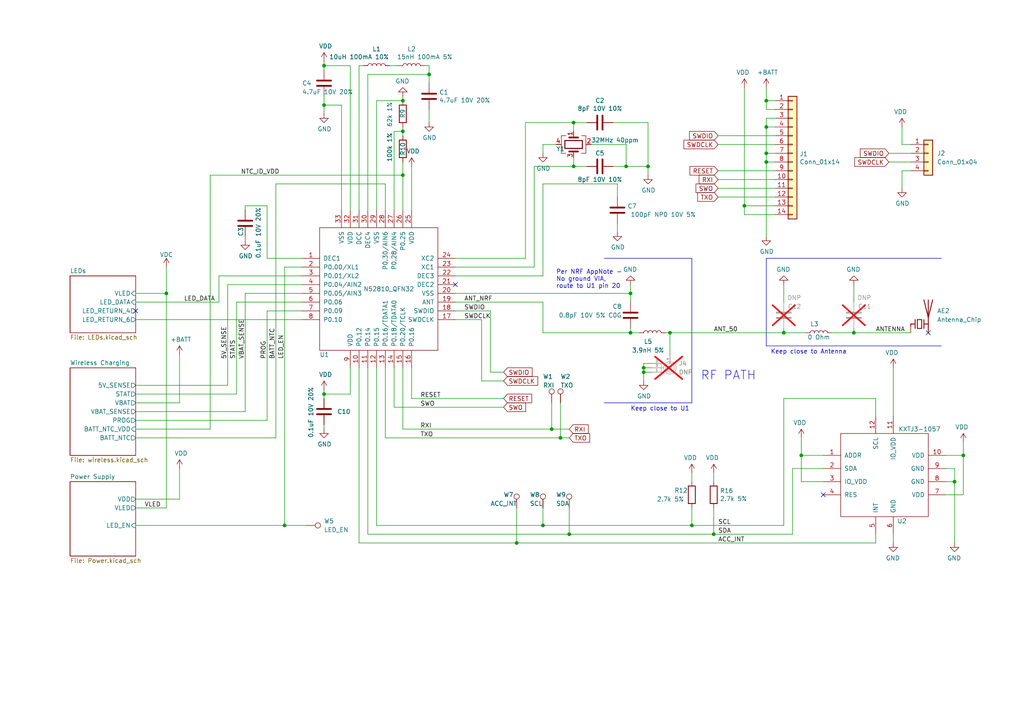
<source format=kicad_sch>
(kicad_sch (version 20230121) (generator eeschema)
  (paper "A4")
  (title_block (title "Pixels D6 Schematic, Main") (date "2022-08-26") (rev "3") (company "Systemic Games, LLC") (comment 1 "Main MCU, Accelerometer and RF"))
  (lib_symbols
    (symbol "Connector_Generic:Conn_01x04" (pin_names (offset 1.016) hide)
      (property "Reference" "J" (at 0 5.08 0))
      (property "Value" "Conn_01x04" (at 0 -7.62 0))
      (symbol "Conn_01x04_1_1"
        (rectangle (start -1.27 -4.953) (end 0 -5.207) (stroke (width 0.1524)))
        (rectangle (start -1.27 -2.413) (end 0 -2.667) (stroke (width 0.1524)))
        (rectangle (start -1.27 0.127) (end 0 -0.127) (stroke (width 0.1524)))
        (rectangle (start -1.27 2.667) (end 0 2.413) (stroke (width 0.1524)))
        (rectangle (start -1.27 3.81) (end 1.27 -6.35) (stroke (width 0.254)) (fill (type background)))
        (pin passive line (at -5.08 2.54 0) (length 3.81) (name "Pin_1") (number "1"))
        (pin passive line (at -5.08 0 0) (length 3.81) (name "Pin_2") (number "2"))
        (pin passive line (at -5.08 -2.54 0) (length 3.81) (name "Pin_3") (number "3"))
        (pin passive line (at -5.08 -5.08 0) (length 3.81) (name "Pin_4") (number "4"))
      )
    )
    (symbol "Connector_Generic:Conn_01x14" (pin_names (offset 1.016) hide)
      (property "Reference" "J" (at 0 17.78 0))
      (property "Value" "Conn_01x14" (at 0 -20.32 0))
      (symbol "Conn_01x14_1_1"
        (rectangle (start -1.27 -17.653) (end 0 -17.907) (stroke (width 0.1524)))
        (rectangle (start -1.27 -15.113) (end 0 -15.367) (stroke (width 0.1524)))
        (rectangle (start -1.27 -12.573) (end 0 -12.827) (stroke (width 0.1524)))
        (rectangle (start -1.27 -10.033) (end 0 -10.287) (stroke (width 0.1524)))
        (rectangle (start -1.27 -7.493) (end 0 -7.747) (stroke (width 0.1524)))
        (rectangle (start -1.27 -4.953) (end 0 -5.207) (stroke (width 0.1524)))
        (rectangle (start -1.27 -2.413) (end 0 -2.667) (stroke (width 0.1524)))
        (rectangle (start -1.27 0.127) (end 0 -0.127) (stroke (width 0.1524)))
        (rectangle (start -1.27 2.667) (end 0 2.413) (stroke (width 0.1524)))
        (rectangle (start -1.27 5.207) (end 0 4.953) (stroke (width 0.1524)))
        (rectangle (start -1.27 7.747) (end 0 7.493) (stroke (width 0.1524)))
        (rectangle (start -1.27 10.287) (end 0 10.033) (stroke (width 0.1524)))
        (rectangle (start -1.27 12.827) (end 0 12.573) (stroke (width 0.1524)))
        (rectangle (start -1.27 15.367) (end 0 15.113) (stroke (width 0.1524)))
        (rectangle (start -1.27 16.51) (end 1.27 -19.05) (stroke (width 0.254)) (fill (type background)))
        (pin passive line (at -5.08 15.24 0) (length 3.81) (name "Pin_1") (number "1"))
        (pin passive line (at -5.08 -7.62 0) (length 3.81) (name "Pin_10") (number "10"))
        (pin passive line (at -5.08 -10.16 0) (length 3.81) (name "Pin_11") (number "11"))
        (pin passive line (at -5.08 -12.7 0) (length 3.81) (name "Pin_12") (number "12"))
        (pin passive line (at -5.08 -15.24 0) (length 3.81) (name "Pin_13") (number "13"))
        (pin passive line (at -5.08 -17.78 0) (length 3.81) (name "Pin_14") (number "14"))
        (pin passive line (at -5.08 12.7 0) (length 3.81) (name "Pin_2") (number "2"))
        (pin passive line (at -5.08 10.16 0) (length 3.81) (name "Pin_3") (number "3"))
        (pin passive line (at -5.08 7.62 0) (length 3.81) (name "Pin_4") (number "4"))
        (pin passive line (at -5.08 5.08 0) (length 3.81) (name "Pin_5") (number "5"))
        (pin passive line (at -5.08 2.54 0) (length 3.81) (name "Pin_6") (number "6"))
        (pin passive line (at -5.08 0 0) (length 3.81) (name "Pin_7") (number "7"))
        (pin passive line (at -5.08 -2.54 0) (length 3.81) (name "Pin_8") (number "8"))
        (pin passive line (at -5.08 -5.08 0) (length 3.81) (name "Pin_9") (number "9"))
      )
    )
    (symbol "Device:Antenna_Chip" (pin_numbers hide) (pin_names (offset 1.016) hide)
      (property "Reference" "AE" (at 0 5.08 0))
      (property "Value" "Antenna_Chip" (at 0 3.175 0))
      (symbol "Antenna_Chip_0_1"
        (polyline (pts (xy -2.54 0) (xy -2.54 -0.635)) (stroke (width 0.254)))
        (polyline (pts (xy -2.54 0) (xy -1.27 0)) (stroke (width 0.254)))
        (polyline (pts (xy 1.27 0) (xy 2.54 0)) (stroke (width 0.254)))
        (polyline (pts (xy 1.27 1.27) (xy 1.27 -1.27)) (stroke (width 0.254)))
        (polyline (pts (xy 2.54 -0.635) (xy 2.54 0)))
        (polyline (pts (xy 2.54 6.985) (xy 2.54 -1.905)) (stroke (width 0.254)))
        (polyline (pts (xy -1.27 1.27) (xy -1.27 -1.27) (xy -1.27 0)) (stroke (width 0.254)))
        (polyline (pts (xy 3.81 6.985) (xy 2.54 1.905) (xy 1.27 6.985)) (stroke (width 0.254)))
        (polyline (pts (xy -0.635 1.27) (xy 0.635 1.27) (xy 0.635 -1.27) (xy -0.635 -1.27) (xy -0.635 1.27)) (stroke (width 0.254)))
      )
      (symbol "Antenna_Chip_1_1"
        (pin input line (at -2.54 -2.54 90) (length 2.54) (name "FEED") (number "1"))
        (pin passive line (at 2.54 -2.54 90) (length 2.54) (name "PCB_Trace") (number "2"))
      )
    )
    (symbol "Device:C" (pin_numbers hide) (pin_names (offset 0.254))
      (property "Reference" "C" (at 0.635 2.54 0))
      (property "Value" "C" (at 0.635 -2.54 0))
      (symbol "C_0_1"
        (polyline (pts (xy -2.032 -0.762) (xy 2.032 -0.762)) (stroke (width 0.508)))
        (polyline (pts (xy -2.032 0.762) (xy 2.032 0.762)) (stroke (width 0.508)))
      )
      (symbol "C_1_1"
        (pin passive line (at 0 3.81 270) (length 2.794) (name "~") (number "1"))
        (pin passive line (at 0 -3.81 90) (length 2.794) (name "~") (number "2"))
      )
    )
    (symbol "Device:Crystal_GND24" (pin_names (offset 1.016) hide)
      (property "Reference" "Y" (at 3.175 5.08 0))
      (property "Value" "Crystal_GND24" (at 3.175 3.175 0))
      (symbol "Crystal_GND24_0_1"
        (rectangle (start -1.143 2.54) (end 1.143 -2.54) (stroke (width 0.3048)))
        (polyline (pts (xy -2.54 0) (xy -2.032 0)))
        (polyline (pts (xy -2.032 -1.27) (xy -2.032 1.27)) (stroke (width 0.508)))
        (polyline (pts (xy 0 -3.81) (xy 0 -3.556)))
        (polyline (pts (xy 0 3.556) (xy 0 3.81)))
        (polyline (pts (xy 2.032 -1.27) (xy 2.032 1.27)) (stroke (width 0.508)))
        (polyline (pts (xy 2.032 0) (xy 2.54 0)))
        (polyline (pts (xy -2.54 -2.286) (xy -2.54 -3.556) (xy 2.54 -3.556) (xy 2.54 -2.286)))
        (polyline (pts (xy -2.54 2.286) (xy -2.54 3.556) (xy 2.54 3.556) (xy 2.54 2.286)))
      )
      (symbol "Crystal_GND24_1_1"
        (pin passive line (at -3.81 0 0) (length 1.27) (name "1") (number "1"))
        (pin passive line (at 0 5.08 270) (length 1.27) (name "2") (number "2"))
        (pin passive line (at 3.81 0 180) (length 1.27) (name "3") (number "3"))
        (pin passive line (at 0 -5.08 90) (length 1.27) (name "4") (number "4"))
      )
    )
    (symbol "Device:L" (pin_numbers hide) (pin_names (offset 1.016) hide)
      (property "Reference" "L" (at -1.27 0 90))
      (property "Value" "L" (at 1.905 0 90))
      (symbol "L_0_1"
        (arc (start 0 -2.54) (mid 0.6323 -1.905) (end 0 -1.27))
        (arc (start 0 -1.27) (mid 0.6323 -0.635) (end 0 0))
        (arc (start 0 0) (mid 0.6323 0.635) (end 0 1.27))
        (arc (start 0 1.27) (mid 0.6323 1.905) (end 0 2.54))
      )
      (symbol "L_1_1"
        (pin passive line (at 0 3.81 270) (length 1.27) (name "1") (number "1"))
        (pin passive line (at 0 -3.81 90) (length 1.27) (name "2") (number "2"))
      )
    )
    (symbol "Device:R" (pin_numbers hide) (pin_names (offset 0))
      (property "Reference" "R" (at 2.032 0 90))
      (property "Value" "R" (at 0 0 90))
      (symbol "R_0_1"
        (rectangle (start -1.016 -2.54) (end 1.016 2.54) (stroke (width 0.254)))
      )
      (symbol "R_1_1"
        (pin passive line (at 0 3.81 270) (length 1.27) (name "~") (number "1"))
        (pin passive line (at 0 -3.81 90) (length 1.27) (name "~") (number "2"))
      )
    )
    (symbol "Pixels-dice:KXTJ3-1057" (pin_names (offset 1.016))
      (property "Reference" "U" (at 10.16 -12.7 0))
      (property "Value" "KXTJ3-1057" (at 8.89 13.97 0))
      (symbol "KXTJ3-1057_0_1"
        (rectangle (start -12.7 12.7) (end 12.7 -11.43))
      )
      (symbol "KXTJ3-1057_1_1"
        (pin input line (at -17.78 6.35 0) (length 5.08) (name "ADDR") (number "1"))
        (pin power_in line (at 17.78 6.35 180) (length 5.08) (name "VDD") (number "10"))
        (pin power_in line (at 2.54 17.78 270) (length 5.08) (name "IO_VDD") (number "11"))
        (pin input line (at -2.54 17.78 270) (length 5.08) (name "SCL") (number "12"))
        (pin bidirectional line (at -17.78 2.54 0) (length 5.08) (name "SDA") (number "2"))
        (pin power_in line (at -17.78 -1.27 0) (length 5.08) (name "IO_VDD") (number "3"))
        (pin passive line (at -17.78 -5.08 0) (length 5.08) (name "RES") (number "4"))
        (pin output line (at -2.54 -16.51 90) (length 5.08) (name "INT") (number "5"))
        (pin power_in line (at 2.54 -16.51 90) (length 5.08) (name "GND") (number "6"))
        (pin power_in line (at 17.78 -5.08 180) (length 5.08) (name "VDD") (number "7"))
        (pin power_in line (at 17.78 -1.27 180) (length 5.08) (name "GND") (number "8"))
        (pin power_in line (at 17.78 2.54 180) (length 5.08) (name "GND") (number "9"))
      )
    )
    (symbol "Pixels-dice:N52810_QFN32" (pin_names (offset 1.016))
      (property "Reference" "U" (at 13.97 -19.05 0))
      (property "Value" "N52810_QFN32" (at 2.54 0 0))
      (symbol "N52810_QFN32_0_1"
        (rectangle (start -17.78 17.78) (end 16.51 -17.78))
      )
      (symbol "N52810_QFN32_1_1"
        (pin power_out line (at -22.86 8.89 0) (length 5.08) (name "DEC1") (number "1"))
        (pin bidirectional line (at -6.35 -22.86 90) (length 5.08) (name "P0.12") (number "10"))
        (pin bidirectional line (at -3.81 -22.86 90) (length 5.08) (name "P0.14") (number "11"))
        (pin bidirectional line (at -1.27 -22.86 90) (length 5.08) (name "P0.15") (number "12"))
        (pin bidirectional line (at 1.27 -22.86 90) (length 5.08) (name "P0.16/TDATA1") (number "13"))
        (pin bidirectional line (at 3.81 -22.86 90) (length 5.08) (name "P0.18/TDATA0") (number "14"))
        (pin bidirectional line (at 6.35 -22.86 90) (length 5.08) (name "P0.20/TCLK") (number "15"))
        (pin bidirectional line (at 8.89 -22.86 90) (length 5.08) (name "P0.16") (number "16"))
        (pin bidirectional line (at 21.59 -8.89 180) (length 5.08) (name "SWDCLK") (number "17"))
        (pin bidirectional line (at 21.59 -6.35 180) (length 5.08) (name "SWDIO") (number "18"))
        (pin output line (at 21.59 -3.81 180) (length 5.08) (name "ANT") (number "19"))
        (pin bidirectional line (at -22.86 6.35 0) (length 5.08) (name "P0.00/XL1") (number "2"))
        (pin output line (at 21.59 -1.27 180) (length 5.08) (name "VSS") (number "20"))
        (pin output line (at 21.59 1.27 180) (length 5.08) (name "DEC2") (number "21"))
        (pin output line (at 21.59 3.81 180) (length 5.08) (name "DEC3") (number "22"))
        (pin output line (at 21.59 6.35 180) (length 5.08) (name "XC1") (number "23"))
        (pin input line (at 21.59 8.89 180) (length 5.08) (name "XC2") (number "24"))
        (pin power_in line (at 8.89 22.86 270) (length 5.08) (name "VDD") (number "25"))
        (pin bidirectional line (at 6.35 22.86 270) (length 5.08) (name "P0.25") (number "26"))
        (pin bidirectional line (at 3.81 22.86 270) (length 5.08) (name "P0.28/AIN4") (number "27"))
        (pin bidirectional line (at 1.27 22.86 270) (length 5.08) (name "P0.30/AIN6") (number "28"))
        (pin power_in line (at -1.27 22.86 270) (length 5.08) (name "VSS") (number "29"))
        (pin bidirectional line (at -22.86 3.81 0) (length 5.08) (name "P0.01/XL2") (number "3"))
        (pin output line (at -3.81 22.86 270) (length 5.08) (name "DEC4") (number "30"))
        (pin output line (at -6.35 22.86 270) (length 5.08) (name "DCC") (number "31"))
        (pin power_in line (at -8.89 22.86 270) (length 5.08) (name "VDD") (number "32"))
        (pin power_in line (at -11.43 22.86 270) (length 5.08) (name "VSS") (number "33"))
        (pin bidirectional line (at -22.86 1.27 0) (length 5.08) (name "P0.04/AIN2") (number "4"))
        (pin bidirectional line (at -22.86 -1.27 0) (length 5.08) (name "P0.05/AIN3") (number "5"))
        (pin bidirectional line (at -22.86 -3.81 0) (length 5.08) (name "P0.06") (number "6"))
        (pin bidirectional line (at -22.86 -6.35 0) (length 5.08) (name "P0.09") (number "7"))
        (pin bidirectional line (at -22.86 -8.89 0) (length 5.08) (name "P0.10") (number "8"))
        (pin power_in line (at -8.89 -22.86 90) (length 5.08) (name "VDD") (number "9"))
      )
    )
    (symbol "Pixels-dice:TEST_1P-conn" (pin_numbers hide) (pin_names (offset 0.762) hide) (in_bom no)
      (property "Reference" "W" (at 0 6.858 0))
      (property "Value" "TEST_1P-conn" (at 0 5.08 0))
      (symbol "TEST_1P-conn_0_1"
        (circle (center 0 3.302) (radius 0.762))
      )
      (symbol "TEST_1P-conn_1_1"
        (pin passive line (at 0 0 90) (length 2.54) (name "1") (number "1"))
      )
    )
    (symbol "Pixels-dice:W.FL"
      (property "Reference" "J" (at 3.81 -1.27 0))
      (property "Value" "W.FL" (at 4.445 1.27 0))
      (symbol "W.FL_0_1"
        (polyline (pts (xy -1.27 -2.54) (xy 1.27 -2.54)))
        (polyline (pts (xy 0 -2.54) (xy 0 -1.905)))
        (circle (center 0 0) (radius 1.27))
        (circle (center 0 0) (radius 1.7961))
      )
      (symbol "W.FL_1_1"
        (pin passive line (at 1.27 -5.08 90) (length 2.54) (name "") (number "1"))
        (pin passive line (at -1.27 -5.08 90) (length 2.54) (name "") (number "2"))
        (pin passive line (at 0 -5.08 90) (length 2.54) (name "") (number "3"))
        (pin passive line (at -3.81 0 0) (length 2.54) (name "RF") (number "4"))
      )
    )
    (symbol "TEST_1P-conn_1" (pin_numbers hide) (pin_names (offset 0.762) hide) (in_bom no)
      (property "Reference" "W" (at 0 6.858 0))
      (property "Value" "TEST_1P-conn_1" (at 0 5.08 0))
      (symbol "TEST_1P-conn_1_0_1"
        (circle (center 0 3.302) (radius 0.762))
      )
      (symbol "TEST_1P-conn_1_1_1"
        (pin passive line (at 0 0 90) (length 2.54) (name "1") (number "1"))
      )
    )
    (symbol "TEST_1P-conn_2" (pin_numbers hide) (pin_names (offset 0.762) hide) (in_bom no)
      (property "Reference" "W" (at 0 6.858 0))
      (property "Value" "TEST_1P-conn_2" (at 0 5.08 0))
      (symbol "TEST_1P-conn_2_0_1"
        (circle (center 0 3.302) (radius 0.762))
      )
      (symbol "TEST_1P-conn_2_1_1"
        (pin passive line (at 0 0 90) (length 2.54) (name "1") (number "1"))
      )
    )
    (symbol "TEST_1P-conn_3" (pin_numbers hide) (pin_names (offset 0.762) hide) (in_bom no)
      (property "Reference" "W" (at 0 6.858 0))
      (property "Value" "TEST_1P-conn_3" (at 0 5.08 0))
      (symbol "TEST_1P-conn_3_0_1"
        (circle (center 0 3.302) (radius 0.762))
      )
      (symbol "TEST_1P-conn_3_1_1"
        (pin passive line (at 0 0 90) (length 2.54) (name "1") (number "1"))
      )
    )
    (symbol "TEST_1P-conn_4" (pin_numbers hide) (pin_names (offset 0.762) hide) (in_bom no)
      (property "Reference" "W" (at 0 6.858 0))
      (property "Value" "TEST_1P-conn_4" (at 0 5.08 0))
      (symbol "TEST_1P-conn_4_0_1"
        (circle (center 0 3.302) (radius 0.762))
      )
      (symbol "TEST_1P-conn_4_1_1"
        (pin passive line (at 0 0 90) (length 2.54) (name "1") (number "1"))
      )
    )
    (symbol "TEST_1P-conn_5" (pin_numbers hide) (pin_names (offset 0.762) hide) (in_bom no)
      (property "Reference" "W" (at 0 6.858 0))
      (property "Value" "TEST_1P-conn_5" (at 0 5.08 0))
      (symbol "TEST_1P-conn_5_0_1"
        (circle (center 0 3.302) (radius 0.762))
      )
      (symbol "TEST_1P-conn_5_1_1"
        (pin passive line (at 0 0 90) (length 2.54) (name "1") (number "1"))
      )
    )
    (symbol "power:+BATT" (power) (pin_names (offset 0))
      (property "Value" "+BATT" (at 0 3.556 0))
      (symbol "+BATT_0_1"
        (polyline (pts (xy -0.762 1.27) (xy 0 2.54)))
        (polyline (pts (xy 0 0) (xy 0 2.54)))
        (polyline (pts (xy 0 2.54) (xy 0.762 1.27)))
      )
      (symbol "+BATT_1_1"
        (pin power_in line (at 0 0 90) (length 0) hide (name "+BATT") (number "1"))
      )
    )
    (symbol "power:GND" (power) (pin_names (offset 0))
      (property "Value" "GND" (at 0 -3.81 0))
      (symbol "GND_0_1"
        (polyline (pts (xy 0 0) (xy 0 -1.27) (xy 1.27 -1.27) (xy 0 -2.54) (xy -1.27 -1.27) (xy 0 -1.27)))
      )
      (symbol "GND_1_1"
        (pin power_in line (at 0 0 270) (length 0) hide (name "GND") (number "1"))
      )
    )
    (symbol "power:VDC" (power) (pin_names (offset 0))
      (property "Value" "VDC" (at 0 6.35 0))
      (symbol "VDC_0_1"
        (polyline (pts (xy -0.762 1.27) (xy 0 2.54)))
        (polyline (pts (xy 0 0) (xy 0 2.54)))
        (polyline (pts (xy 0 2.54) (xy 0.762 1.27)))
      )
      (symbol "VDC_1_1"
        (pin power_in line (at 0 0 90) (length 0) hide (name "VDC") (number "1"))
      )
    )
    (symbol "power:VDD" (power) (pin_names (offset 0))
      (property "Value" "VDD" (at 0 3.81 0))
      (symbol "VDD_0_1"
        (polyline (pts (xy -0.762 1.27) (xy 0 2.54)))
        (polyline (pts (xy 0 0) (xy 0 2.54)))
        (polyline (pts (xy 0 2.54) (xy 0.762 1.27)))
      )
      (symbol "VDD_1_1"
        (pin power_in line (at 0 0 90) (length 0) hide (name "VDD") (number "1"))
      )
    )
  )
  (junction (at 279.4 132.08))
  (junction (at 227.33 96.52))
  (junction (at 181.61 48.26))
  (junction (at 276.86 139.7))
  (junction (at 93.98 30.48))
  (junction (at 116.84 50.8))
  (junction (at 93.98 19.05))
  (junction (at 194.31 96.52))
  (junction (at 116.84 38.1))
  (junction (at 186.69 106.68))
  (junction (at 166.37 48.26))
  (junction (at 149.86 157.48))
  (junction (at 165.1 154.94))
  (junction (at 207.01 154.94))
  (junction (at 222.25 36.83))
  (junction (at 93.98 114.3))
  (junction (at 182.88 85.09))
  (junction (at 82.55 152.4))
  (junction (at 222.25 44.45))
  (junction (at 116.84 29.21))
  (junction (at 222.25 29.21))
  (junction (at 187.96 48.26))
  (junction (at 222.25 46.99))
  (junction (at 48.26 85.09))
  (junction (at 162.56 127))
  (junction (at 124.46 21.59))
  (junction (at 232.41 132.08))
  (junction (at 215.9 59.69))
  (junction (at 157.48 152.4))
  (junction (at 182.88 96.52))
  (junction (at 186.69 107.95))
  (junction (at 160.02 124.46))
  (junction (at 200.66 152.4))
  (junction (at 166.37 35.56))
  (junction (at 247.65 96.52))
  (no_connect (at 132.08 82.55))
  (no_connect (at 238.76 143.51))
  (no_connect (at 269.24 96.52))
  (no_connect (at 39.37 90.17))
  (wire (pts (xy 99.06 30.48) (xy 93.98 30.48)))
  (wire (pts (xy 99.06 60.96) (xy 99.06 30.48)))
  (wire (pts (xy 222.25 34.29) (xy 222.25 36.83)))
  (wire (pts (xy 207.01 137.16) (xy 207.01 139.7)))
  (wire (pts (xy 193.04 96.52) (xy 194.31 96.52)))
  (wire (pts (xy 60.96 50.8) (xy 60.96 124.46)))
  (wire (pts (xy 149.86 147.32) (xy 149.86 157.48)))
  (wire (pts (xy 109.22 29.21) (xy 109.22 60.96)))
  (wire (pts (xy 181.61 41.91) (xy 181.61 48.26)))
  (wire (pts (xy 154.94 77.47) (xy 154.94 48.26)))
  (wire (pts (xy 93.98 19.05) (xy 93.98 20.32)))
  (wire (pts (xy 232.41 139.7) (xy 232.41 132.08)))
  (wire (pts (xy 279.4 143.51) (xy 274.32 143.51)))
  (wire (pts (xy 101.6 19.05) (xy 93.98 19.05)))
  (wire (pts (xy 177.8 48.26) (xy 181.61 48.26)))
  (wire (pts (xy 157.48 80.01) (xy 132.08 80.01)))
  (wire (pts (xy 139.7 110.49) (xy 146.05 110.49)))
  (wire (pts (xy 132.08 74.93) (xy 152.4 74.93)))
  (wire (pts (xy 238.76 135.89) (xy 229.87 135.89)))
  (wire (pts (xy 106.68 154.94) (xy 106.68 106.68)))
  (wire (pts (xy 261.62 49.53) (xy 264.16 49.53)))
  (wire (pts (xy 207.01 147.32) (xy 207.01 154.94)))
  (wire (pts (xy 241.3 96.52) (xy 247.65 96.52)))
  (wire (pts (xy 257.81 46.99) (xy 264.16 46.99)))
  (wire (pts (xy 189.23 106.68) (xy 186.69 106.68)))
  (wire (pts (xy 187.96 35.56) (xy 187.96 48.26)))
  (wire (pts (xy 224.79 46.99) (xy 222.25 46.99)))
  (wire (pts (xy 160.02 124.46) (xy 165.1 124.46)))
  (wire (pts (xy 166.37 35.56) (xy 170.18 35.56)))
  (wire (pts (xy 259.08 154.94) (xy 259.08 157.48)))
  (wire (pts (xy 39.37 114.3) (xy 68.58 114.3)))
  (wire (pts (xy 208.28 41.91) (xy 224.79 41.91)))
  (wire (pts (xy 39.37 147.32) (xy 48.26 147.32)))
  (wire (pts (xy 215.9 59.69) (xy 215.9 62.23)))
  (wire (pts (xy 116.84 124.46) (xy 116.84 106.68)))
  (wire (pts (xy 68.58 87.63) (xy 68.58 114.3)))
  (wire (pts (xy 162.56 127) (xy 165.1 127)))
  (wire (pts (xy 80.01 53.34) (xy 111.76 53.34)))
  (wire (pts (xy 111.76 53.34) (xy 111.76 60.96)))
  (wire (pts (xy 124.46 31.75) (xy 124.46 35.56)))
  (wire (pts (xy 39.37 111.76) (xy 66.04 111.76)))
  (wire (pts (xy 93.98 114.3) (xy 93.98 115.57)))
  (wire (pts (xy 149.86 157.48) (xy 254 157.48)))
  (wire (pts (xy 66.04 82.55) (xy 66.04 111.76)))
  (wire (pts (xy 224.79 59.69) (xy 215.9 59.69)))
  (wire (pts (xy 274.32 139.7) (xy 276.86 139.7)))
  (wire (pts (xy 152.4 74.93) (xy 152.4 35.56)))
  (wire (pts (xy 132.08 90.17) (xy 142.24 90.17)))
  (wire (pts (xy 186.69 107.95) (xy 186.69 110.49)))
  (wire (pts (xy 114.3 106.68) (xy 114.3 118.11)))
  (wire (pts (xy 109.22 106.68) (xy 109.22 152.4)))
  (wire (pts (xy 101.6 60.96) (xy 101.6 19.05)))
  (wire (pts (xy 39.37 87.63) (xy 63.5 87.63)))
  (wire (pts (xy 254 120.65) (xy 254 115.57)))
  (wire (pts (xy 222.25 31.75) (xy 224.79 31.75)))
  (wire (pts (xy 93.98 114.3) (xy 93.98 113.03)))
  (wire (pts (xy 182.88 96.52) (xy 185.42 96.52)))
  (wire (pts (xy 142.24 107.95) (xy 146.05 107.95)))
  (wire (pts (xy 222.25 29.21) (xy 222.25 31.75)))
  (wire (pts (xy 161.29 41.91) (xy 157.48 41.91)))
  (wire (pts (xy 182.88 85.09) (xy 182.88 87.63)))
  (wire (pts (xy 160.02 116.84) (xy 160.02 124.46)))
  (wire (pts (xy 39.37 127) (xy 80.01 127)))
  (wire (pts (xy 222.25 44.45) (xy 222.25 46.99)))
  (wire (pts (xy 52.07 144.78) (xy 52.07 135.89)))
  (wire (pts (xy 104.14 19.05) (xy 104.14 60.96)))
  (wire (pts (xy 114.3 38.1) (xy 114.3 60.96)))
  (wire (pts (xy 123.19 19.05) (xy 124.46 19.05)))
  (wire (pts (xy 124.46 21.59) (xy 106.68 21.59)))
  (wire (pts (xy 165.1 154.94) (xy 207.01 154.94)))
  (wire (pts (xy 208.28 49.53) (xy 224.79 49.53)))
  (wire (pts (xy 232.41 132.08) (xy 238.76 132.08)))
  (wire (pts (xy 194.31 96.52) (xy 194.31 102.87)))
  (wire (pts (xy 186.69 106.68) (xy 186.69 107.95)))
  (wire (pts (xy 177.8 35.56) (xy 187.96 35.56)))
  (wire (pts (xy 227.33 95.25) (xy 227.33 96.52)))
  (wire (pts (xy 222.25 36.83) (xy 222.25 44.45)))
  (polyline (pts (xy 222.25 74.93) (xy 222.25 100.33)))
  (wire (pts (xy 39.37 85.09) (xy 48.26 85.09)))
  (wire (pts (xy 274.32 135.89) (xy 276.86 135.89)))
  (wire (pts (xy 279.4 132.08) (xy 279.4 143.51)))
  (wire (pts (xy 114.3 38.1) (xy 116.84 38.1)))
  (wire (pts (xy 261.62 41.91) (xy 264.16 41.91)))
  (wire (pts (xy 132.08 85.09) (xy 182.88 85.09)))
  (polyline (pts (xy 200.66 74.93) (xy 200.66 116.84)))
  (wire (pts (xy 257.81 44.45) (xy 264.16 44.45)))
  (wire (pts (xy 182.88 95.25) (xy 182.88 96.52)))
  (wire (pts (xy 154.94 48.26) (xy 166.37 48.26)))
  (wire (pts (xy 261.62 36.83) (xy 261.62 41.91)))
  (wire (pts (xy 232.41 132.08) (xy 232.41 127)))
  (wire (pts (xy 101.6 114.3) (xy 93.98 114.3)))
  (wire (pts (xy 157.48 87.63) (xy 157.48 96.52)))
  (wire (pts (xy 189.23 107.95) (xy 186.69 107.95)))
  (wire (pts (xy 116.84 50.8) (xy 116.84 60.96)))
  (wire (pts (xy 111.76 127) (xy 162.56 127)))
  (wire (pts (xy 227.33 115.57) (xy 227.33 152.4)))
  (wire (pts (xy 276.86 139.7) (xy 276.86 157.48)))
  (wire (pts (xy 82.55 77.47) (xy 82.55 152.4)))
  (wire (pts (xy 189.23 105.41) (xy 186.69 105.41)))
  (wire (pts (xy 200.66 137.16) (xy 200.66 139.7)))
  (wire (pts (xy 88.9 152.4) (xy 82.55 152.4)))
  (wire (pts (xy 222.25 34.29) (xy 224.79 34.29)))
  (wire (pts (xy 166.37 48.26) (xy 170.18 48.26)))
  (wire (pts (xy 132.08 87.63) (xy 157.48 87.63)))
  (wire (pts (xy 215.9 62.23) (xy 224.79 62.23)))
  (wire (pts (xy 222.25 46.99) (xy 222.25 68.58)))
  (wire (pts (xy 116.84 124.46) (xy 160.02 124.46)))
  (wire (pts (xy 179.07 53.34) (xy 179.07 57.15)))
  (wire (pts (xy 116.84 27.94) (xy 116.84 29.21)))
  (wire (pts (xy 119.38 106.68) (xy 119.38 115.57)))
  (wire (pts (xy 227.33 96.52) (xy 233.68 96.52)))
  (wire (pts (xy 261.62 49.53) (xy 261.62 54.61)))
  (wire (pts (xy 208.28 57.15) (xy 224.79 57.15)))
  (wire (pts (xy 157.48 152.4) (xy 200.66 152.4)))
  (wire (pts (xy 152.4 35.56) (xy 166.37 35.56)))
  (wire (pts (xy 63.5 80.01) (xy 87.63 80.01)))
  (wire (pts (xy 182.88 82.55) (xy 182.88 85.09)))
  (wire (pts (xy 39.37 144.78) (xy 52.07 144.78)))
  (wire (pts (xy 39.37 119.38) (xy 71.12 119.38)))
  (wire (pts (xy 124.46 19.05) (xy 124.46 21.59)))
  (wire (pts (xy 48.26 85.09) (xy 48.26 147.32)))
  (wire (pts (xy 82.55 77.47) (xy 87.63 77.47)))
  (wire (pts (xy 200.66 152.4) (xy 227.33 152.4)))
  (wire (pts (xy 106.68 154.94) (xy 165.1 154.94)))
  (wire (pts (xy 119.38 48.26) (xy 119.38 60.96)))
  (wire (pts (xy 82.55 152.4) (xy 39.37 152.4)))
  (wire (pts (xy 208.28 54.61) (xy 224.79 54.61)))
  (wire (pts (xy 87.63 82.55) (xy 66.04 82.55)))
  (wire (pts (xy 116.84 46.99) (xy 116.84 50.8)))
  (wire (pts (xy 104.14 19.05) (xy 105.41 19.05)))
  (wire (pts (xy 77.47 90.17) (xy 87.63 90.17)))
  (wire (pts (xy 247.65 95.25) (xy 247.65 96.52)))
  (wire (pts (xy 39.37 92.71) (xy 87.63 92.71)))
  (wire (pts (xy 104.14 157.48) (xy 149.86 157.48)))
  (wire (pts (xy 139.7 92.71) (xy 139.7 110.49)))
  (wire (pts (xy 77.47 74.93) (xy 87.63 74.93)))
  (wire (pts (xy 171.45 41.91) (xy 181.61 41.91)))
  (wire (pts (xy 93.98 19.05) (xy 93.98 17.78)))
  (wire (pts (xy 39.37 124.46) (xy 60.96 124.46)))
  (polyline (pts (xy 222.25 74.93) (xy 273.05 74.93)))
  (wire (pts (xy 93.98 30.48) (xy 93.98 33.02)))
  (wire (pts (xy 39.37 121.92) (xy 77.47 121.92)))
  (polyline (pts (xy 175.26 116.84) (xy 200.66 116.84)))
  (wire (pts (xy 157.48 96.52) (xy 182.88 96.52)))
  (wire (pts (xy 48.26 85.09) (xy 48.26 77.47)))
  (wire (pts (xy 227.33 82.55) (xy 227.33 87.63)))
  (wire (pts (xy 132.08 92.71) (xy 139.7 92.71)))
  (wire (pts (xy 194.31 96.52) (xy 227.33 96.52)))
  (wire (pts (xy 165.1 147.32) (xy 165.1 154.94)))
  (wire (pts (xy 229.87 135.89) (xy 229.87 154.94)))
  (wire (pts (xy 224.79 44.45) (xy 222.25 44.45)))
  (wire (pts (xy 71.12 68.58) (xy 71.12 69.85)))
  (wire (pts (xy 146.05 115.57) (xy 119.38 115.57)))
  (wire (pts (xy 116.84 38.1) (xy 116.84 39.37)))
  (wire (pts (xy 222.25 25.4) (xy 222.25 29.21)))
  (wire (pts (xy 162.56 116.84) (xy 162.56 127)))
  (wire (pts (xy 157.48 147.32) (xy 157.48 152.4)))
  (wire (pts (xy 77.47 59.69) (xy 71.12 59.69)))
  (wire (pts (xy 247.65 96.52) (xy 264.16 96.52)))
  (wire (pts (xy 142.24 90.17) (xy 142.24 107.95)))
  (wire (pts (xy 109.22 29.21) (xy 116.84 29.21)))
  (wire (pts (xy 186.69 105.41) (xy 186.69 106.68)))
  (wire (pts (xy 279.4 128.27) (xy 279.4 132.08)))
  (wire (pts (xy 93.98 27.94) (xy 93.98 30.48)))
  (wire (pts (xy 157.48 53.34) (xy 157.48 80.01)))
  (wire (pts (xy 254 154.94) (xy 254 157.48)))
  (wire (pts (xy 106.68 21.59) (xy 106.68 60.96)))
  (wire (pts (xy 71.12 85.09) (xy 71.12 119.38)))
  (wire (pts (xy 181.61 48.26) (xy 187.96 48.26)))
  (wire (pts (xy 77.47 74.93) (xy 77.47 59.69)))
  (wire (pts (xy 207.01 154.94) (xy 229.87 154.94)))
  (wire (pts (xy 116.84 36.83) (xy 116.84 38.1)))
  (wire (pts (xy 63.5 87.63) (xy 63.5 80.01)))
  (wire (pts (xy 80.01 53.34) (xy 80.01 127)))
  (wire (pts (xy 39.37 116.84) (xy 52.07 116.84)))
  (wire (pts (xy 247.65 82.55) (xy 247.65 87.63)))
  (wire (pts (xy 104.14 106.68) (xy 104.14 157.48)))
  (wire (pts (xy 179.07 64.77) (xy 179.07 67.31)))
  (wire (pts (xy 157.48 41.91) (xy 157.48 44.45)))
  (wire (pts (xy 68.58 87.63) (xy 87.63 87.63)))
  (wire (pts (xy 113.03 19.05) (xy 115.57 19.05)))
  (wire (pts (xy 187.96 48.26) (xy 187.96 50.8)))
  (wire (pts (xy 166.37 45.72) (xy 166.37 48.26)))
  (wire (pts (xy 208.28 39.37) (xy 224.79 39.37)))
  (wire (pts (xy 166.37 38.1) (xy 166.37 35.56)))
  (wire (pts (xy 279.4 132.08) (xy 274.32 132.08)))
  (wire (pts (xy 254 115.57) (xy 227.33 115.57)))
  (wire (pts (xy 179.07 53.34) (xy 157.48 53.34)))
  (wire (pts (xy 238.76 139.7) (xy 232.41 139.7)))
  (polyline (pts (xy 222.25 100.33) (xy 273.05 100.33)))
  (wire (pts (xy 146.05 118.11) (xy 114.3 118.11)))
  (wire (pts (xy 71.12 59.69) (xy 71.12 60.96)))
  (wire (pts (xy 224.79 36.83) (xy 222.25 36.83)))
  (wire (pts (xy 77.47 121.92) (xy 77.47 90.17)))
  (wire (pts (xy 111.76 127) (xy 111.76 106.68)))
  (wire (pts (xy 215.9 25.4) (xy 215.9 59.69)))
  (wire (pts (xy 276.86 135.89) (xy 276.86 139.7)))
  (wire (pts (xy 259.08 106.68) (xy 259.08 120.65)))
  (wire (pts (xy 222.25 29.21) (xy 224.79 29.21)))
  (wire (pts (xy 132.08 77.47) (xy 154.94 77.47)))
  (wire (pts (xy 200.66 147.32) (xy 200.66 152.4)))
  (wire (pts (xy 101.6 106.68) (xy 101.6 114.3)))
  (wire (pts (xy 52.07 102.87) (xy 52.07 116.84)))
  (wire (pts (xy 87.63 85.09) (xy 71.12 85.09)))
  (wire (pts (xy 116.84 50.8) (xy 60.96 50.8)))
  (polyline (pts (xy 175.26 74.93) (xy 200.66 74.93)))
  (wire (pts (xy 208.28 52.07) (xy 224.79 52.07)))
  (wire (pts (xy 124.46 21.59) (xy 124.46 24.13)))
  (wire (pts (xy 109.22 152.4) (xy 157.48 152.4)))
  (wire (pts (xy 93.98 123.19) (xy 93.98 124.46)))
  (text "Per NRF AppNote -\nNo ground VIA,\nroute to U1 pin 20" (at 161.29 83.82 0) (effects (font (size 1.27 1.27)) (justify left bottom)))
  (text "Keep close to U1" (at 182.88 119.38 0) (effects (font (size 1.27 1.27)) (justify left bottom)))
  (text "Keep close to Antenna" (at 223.52 102.87 0) (effects (font (size 1.27 1.27)) (justify left bottom)))
  (text "RF PATH" (at 203.2 110.49 0) (effects (font (size 2.54 2.54)) (justify left bottom)))
  (label "BATT_NTC" (at 80.01 104.14 90))
  (label "ANTENNA" (at 254 96.52 0))
  (label "TXO" (at 121.92 127 0))
  (label "PROG" (at 77.47 104.14 90))
  (label "ACC_INT" (at 208.28 157.48 0))
  (label "ANT_NRF" (at 134.62 87.63 0))
  (label "SWDCLK" (at 134.62 92.71 0))
  (label "VBAT_SENSE" (at 71.12 104.14 90))
  (label "5V_SENSE" (at 66.04 104.14 90))
  (label "SDA" (at 208.28 154.94 0))
  (label "LED_EN" (at 82.55 104.14 90))
  (label "RXI" (at 121.92 124.46 0))
  (label "SWDIO" (at 134.62 90.17 0))
  (label "SWO" (at 121.92 118.11 0))
  (label "ANT_50" (at 207.01 96.52 0))
  (label "NTC_ID_VDD" (at 69.85 50.8 0))
  (label "LED_DATA" (at 53.34 87.63 0))
  (label "RESET" (at 121.92 115.57 0))
  (label "SCL" (at 208.28 152.4 0))
  (label "VLED" (at 41.91 147.32 0))
  (label "STATS" (at 68.58 104.14 90))
  (global_label "TXO" (shape input) (at 165.1 127 0) (property "Intersheetrefs" "${INTERSHEET_REFS}" (effects hide)))
  (global_label "RESET" (shape input) (at 208.28 49.53 180) (property "Intersheetrefs" "${INTERSHEET_REFS}" (effects hide)))
  (global_label "SWDIO" (shape input) (at 146.05 107.95 0) (property "Intersheetrefs" "${INTERSHEET_REFS}" (effects hide)))
  (global_label "RXI" (shape input) (at 208.28 52.07 180) (property "Intersheetrefs" "${INTERSHEET_REFS}" (effects hide)))
  (global_label "SWDCLK" (shape input) (at 257.81 46.99 180) (property "Intersheetrefs" "${INTERSHEET_REFS}" (effects hide)))
  (global_label "SWO" (shape input) (at 146.05 118.11 0) (property "Intersheetrefs" "${INTERSHEET_REFS}" (effects hide)))
  (global_label "SWDCLK" (shape input) (at 146.05 110.49 0) (property "Intersheetrefs" "${INTERSHEET_REFS}" (effects hide)))
  (global_label "TXO" (shape input) (at 208.28 57.15 180) (property "Intersheetrefs" "${INTERSHEET_REFS}" (effects hide)))
  (global_label "RESET" (shape input) (at 146.05 115.57 0) (property "Intersheetrefs" "${INTERSHEET_REFS}" (effects hide)))
  (global_label "SWDIO" (shape input) (at 257.81 44.45 180) (property "Intersheetrefs" "${INTERSHEET_REFS}" (effects hide)))
  (global_label "SWO" (shape input) (at 208.28 54.61 180) (property "Intersheetrefs" "${INTERSHEET_REFS}" (effects hide)))
  (global_label "RXI" (shape input) (at 165.1 124.46 0) (property "Intersheetrefs" "${INTERSHEET_REFS}" (effects hide)))
  (global_label "SWDCLK" (shape input) (at 208.28 41.91 180) (property "Intersheetrefs" "${INTERSHEET_REFS}" (effects hide)))
  (global_label "SWDIO" (shape input) (at 208.28 39.37 180) (property "Intersheetrefs" "${INTERSHEET_REFS}" (effects hide)))
  (symbol (lib_id "power:GND") (at 93.98 124.46 0) (unit 1)
    (property "Reference" "#PWR016" (effects hide))
    (property "Value" "GND" (at 94.107 128.8542 0))
  )
  (symbol (lib_id "power:VDD") (at 93.98 113.03 0) (unit 1)
    (property "Reference" "#PWR014" (effects hide))
    (property "Value" "VDD" (at 94.4118 108.6358 0))
  )
  (symbol (lib_id "Device:C") (at 93.98 119.38 0) (unit 1)
    (property "Reference" "C10" (at 97.79 119.38 0) (effects (justify left)))
    (property "Value" "0.1uF 10V 20%" (at 90.17 127 90) (effects (justify left)))
    (property "Footprint" "Capacitor_SMD:C_0402_1005Metric" (effects hide))
    (property "Generic OK" "YES" (effects hide))
    (property "Pixels Part Number" "SMD-C005" (effects hide))
    (property "Manufacturer" "Murata" (effects hide))
    (property "Manufacturer Part Number" "GRM155R61H104KE19D" (effects hide))
  )
  (symbol (lib_id "power:GND") (at 93.98 33.02 0) (unit 1)
    (property "Reference" "#PWR08" (effects hide))
    (property "Value" "GND" (at 94.107 37.4142 0))
  )
  (symbol (lib_id "power:VDD") (at 93.98 17.78 0) (unit 1)
    (property "Reference" "#PWR01" (effects hide))
    (property "Value" "VDD" (at 94.4118 13.3858 0))
  )
  (symbol (lib_id "Device:C") (at 93.98 24.13 0) (unit 1)
    (property "Reference" "C4" (at 87.63 24.13 0) (effects (justify left)))
    (property "Value" "4.7uF 10V 20%" (at 87.63 26.67 0) (effects (justify left)))
    (property "Footprint" "Pixels-dice:C_0402_1005Metric" (effects hide))
    (property "Generic OK" "YES" (effects hide))
    (property "Pixels Part Number" "SMD-C002" (effects hide))
    (property "Manufacturer" "Murata" (effects hide))
    (property "Manufacturer Part Number" "GRM155R61A475MEAAJ" (effects hide))
  )
  (symbol (lib_id "power:GND") (at 71.12 69.85 0) (unit 1)
    (property "Reference" "#PWR05" (effects hide))
    (property "Value" "GND" (at 71.247 74.2442 0))
  )
  (symbol (lib_id "Device:C") (at 71.12 64.77 0) (unit 1)
    (property "Reference" "C3" (at 69.85 68.58 90) (effects (justify left)))
    (property "Value" "0.1uF 10V 20%" (at 74.93 74.93 90) (effects (justify left)))
    (property "Footprint" "Capacitor_SMD:C_0402_1005Metric" (effects hide))
    (property "Generic OK" "YES" (effects hide))
    (property "Pixels Part Number" "SMD-C005" (effects hide))
    (property "Manufacturer" "Murata" (effects hide))
    (property "Manufacturer Part Number" "GRM155R61H104KE19D" (effects hide))
  )
  (symbol (lib_id "Device:L") (at 109.22 19.05 90) (unit 1)
    (property "Reference" "L1" (at 109.22 14.224 90))
    (property "Value" "10uH 100mA 10%" (at 104.14 16.51 90))
    (property "Footprint" "Inductor_SMD:L_0805_2012Metric" (effects hide))
    (property "Generic OK" "YES" (effects hide))
    (property "Pixels Part Number" "SMD-L001" (effects hide))
    (property "Manufacturer" "Murata" (effects hide))
    (property "Manufacturer Part Number" "LQM21FN100M80L" (effects hide))
  )
  (symbol (lib_id "Device:L") (at 119.38 19.05 90) (unit 1)
    (property "Reference" "L2" (at 119.38 14.224 90))
    (property "Value" "15nH 100mA 5%" (at 123.19 16.51 90))
    (property "Footprint" "Inductor_SMD:L_0402_1005Metric" (effects hide))
    (property "Generic OK" "YES" (effects hide))
    (property "Pixels Part Number" "SMD-L002" (effects hide))
    (property "Manufacturer" "Murata" (effects hide))
    (property "Manufacturer Part Number" "LQG15HS15NJ02D" (effects hide))
  )
  (symbol (lib_id "Device:C") (at 124.46 27.94 0) (unit 1)
    (property "Reference" "C1" (at 127.381 26.7716 0) (effects (justify left)))
    (property "Value" "4.7uF 10V 20%" (at 127.381 29.083 0) (effects (justify left)))
    (property "Footprint" "Pixels-dice:C_0402_1005Metric" (effects hide))
    (property "Generic OK" "YES" (effects hide))
    (property "Pixels Part Number" "SMD-C002" (effects hide))
    (property "Manufacturer" "Murata" (effects hide))
    (property "Manufacturer Part Number" "GRM155R61A475MEAAJ" (effects hide))
  )
  (symbol (lib_id "power:GND") (at 124.46 35.56 0) (unit 1)
    (property "Reference" "#PWR03" (effects hide))
    (property "Value" "GND" (at 124.587 39.9542 0))
  )
  (symbol (lib_id "Device:Crystal_GND24") (at 166.37 41.91 270) (unit 1)
    (property "Reference" "Y1" (at 161.29 43.18 90) (effects (justify left)))
    (property "Value" "32MHz 40ppm" (at 171.45 40.64 90) (effects (justify left)))
    (property "Footprint" "Pixels-dice:Crystal_SMD_2016-4Pin_2.0x1.6mm" (effects hide))
    (property "Generic OK" "YES" (effects hide))
    (property "Manufacturer" "Murata" (effects hide))
    (property "Manufacturer Part Number" "XRCGB32M000F2P00R0" (effects hide))
    (property "Pixels Part Number" "SMD-Y001" (effects hide))
  )
  (symbol (lib_id "Device:C") (at 173.99 35.56 270) (unit 1)
    (property "Reference" "C2" (at 173.99 29.1592 90))
    (property "Value" "8pF 10V 10%" (at 173.99 31.4706 90))
    (property "Footprint" "Capacitor_SMD:C_0402_1005Metric" (effects hide))
    (property "Generic OK" "YES" (effects hide))
    (property "Pixels Part Number" "SMD-C001" (effects hide))
    (property "Manufacturer" "Murata" (effects hide))
    (property "Manufacturer Part Number" "GRT1555C2A8R0DA02" (effects hide))
  )
  (symbol (lib_id "Device:C") (at 173.99 48.26 270) (unit 1)
    (property "Reference" "C5" (at 173.99 44.45 90))
    (property "Value" "8pF 10V 10%" (at 173.99 52.07 90))
    (property "Footprint" "Capacitor_SMD:C_0402_1005Metric" (effects hide))
    (property "Generic OK" "YES" (effects hide))
    (property "Pixels Part Number" "SMD-C001" (effects hide))
    (property "Manufacturer" "Murata" (effects hide))
    (property "Manufacturer Part Number" "GRT1555C2A8R0DA02" (effects hide))
  )
  (symbol (lib_id "power:GND") (at 187.96 50.8 0) (unit 1)
    (property "Reference" "#PWR09" (effects hide))
    (property "Value" "GND" (at 188.087 55.1942 0))
  )
  (symbol (lib_id "power:GND") (at 179.07 67.31 0) (unit 1)
    (property "Reference" "#PWR011" (effects hide))
    (property "Value" "GND" (at 179.197 71.7042 0))
  )
  (symbol (lib_id "Device:C") (at 179.07 60.96 0) (unit 1)
    (property "Reference" "C7" (at 181.991 59.7916 0) (effects (justify left)))
    (property "Value" "100pF NP0 10V 5%" (at 182.88 62.23 0) (effects (justify left)))
    (property "Footprint" "Capacitor_SMD:C_0402_1005Metric" (effects hide))
    (property "Generic OK" "YES" (effects hide))
    (property "Pixels Part Number" "SMD-C003" (effects hide))
    (property "Manufacturer" "Murata" (effects hide))
    (property "Manufacturer Part Number" "GCM1555C1H101JA16J" (effects hide))
  )
  (symbol (lib_id "power:GND") (at 157.48 44.45 0) (unit 1)
    (property "Reference" "#PWR06" (effects hide))
    (property "Value" "GND" (at 157.607 48.8442 0))
  )
  (symbol (lib_id "power:VDD") (at 52.07 135.89 0) (unit 1)
    (property "Reference" "#PWR021" (effects hide))
    (property "Value" "VDD" (at 52.5018 131.4958 0))
  )
  (symbol (lib_name "TEST_1P-conn_1") (lib_id "Pixels-dice:TEST_1P-conn") (at 160.02 116.84 0) (unit 1) (in_bom no)
    (property "Reference" "W1" (at 157.48 109.22 0) (effects (justify left)))
    (property "Value" "RXI" (at 157.48 111.76 0) (effects (justify left)))
    (property "Footprint" "Pixels-dice:TEST_PIN" (effects hide))
    (property "Generic OK" "N/A" (effects hide))
  )
  (symbol (lib_name "TEST_1P-conn_2") (lib_id "Pixels-dice:TEST_1P-conn") (at 162.56 116.84 0) (unit 1) (in_bom no)
    (property "Reference" "W2" (at 162.56 109.22 0) (effects (justify left)))
    (property "Value" "TXO" (at 162.56 111.76 0) (effects (justify left)))
    (property "Footprint" "Pixels-dice:TEST_PIN" (effects hide))
    (property "Generic OK" "N/A" (effects hide))
  )
  (symbol (lib_id "Pixels-dice:TEST_1P-conn") (at 88.9 152.4 270) (unit 1) (in_bom no)
    (property "Reference" "W5" (at 93.98 151.13 90) (effects (justify left)))
    (property "Value" "LED_EN" (at 93.98 153.67 90) (effects (justify left)))
    (property "Footprint" "Pixels-dice:TEST_PIN" (effects hide))
    (property "Generic OK" "N/A" (effects hide))
  )
  (symbol (lib_name "TEST_1P-conn_5") (lib_id "Pixels-dice:TEST_1P-conn") (at 149.86 147.32 0) (unit 1) (in_bom no)
    (property "Reference" "W7" (at 146.05 143.51 0) (effects (justify left)))
    (property "Value" "ACC_INT" (at 142.24 146.05 0) (effects (justify left)))
    (property "Footprint" "Pixels-dice:TEST_PIN" (effects hide))
    (property "Generic OK" "N/A" (effects hide))
  )
  (symbol (lib_name "TEST_1P-conn_3") (lib_id "Pixels-dice:TEST_1P-conn") (at 157.48 147.32 0) (unit 1) (in_bom no)
    (property "Reference" "W8" (at 153.67 143.51 0) (effects (justify left)))
    (property "Value" "SCL" (at 153.67 146.05 0) (effects (justify left)))
    (property "Footprint" "Pixels-dice:TEST_PIN" (effects hide))
    (property "Generic OK" "N/A" (effects hide))
  )
  (symbol (lib_name "TEST_1P-conn_4") (lib_id "Pixels-dice:TEST_1P-conn") (at 165.1 147.32 0) (unit 1) (in_bom no)
    (property "Reference" "W9" (at 161.29 143.51 0) (effects (justify left)))
    (property "Value" "SDA" (at 161.29 146.05 0) (effects (justify left)))
    (property "Footprint" "Pixels-dice:TEST_PIN" (effects hide))
    (property "Generic OK" "N/A" (effects hide))
  )
  (symbol (lib_id "Pixels-dice:N52810_QFN32") (at 110.49 83.82 0) (unit 1)
    (property "Reference" "U1" (at 92.71 102.87 0) (effects (justify left)))
    (property "Value" "N52810_QFN32" (at 105.41 83.82 0) (effects (justify left)))
    (property "Footprint" "Package_DFN_QFN:QFN-32-1EP_5x5mm_P0.5mm_EP3.1x3.1mm" (effects hide))
    (property "Generic OK" "NO" (effects hide))
    (property "Manufacturer" "Nordic Semiconductor" (effects hide))
    (property "Manufacturer Part Number" "NRF52810-QCAA-R" (effects hide))
    (property "Pixels Part Number" "SMD-U001" (effects hide))
  )
  (symbol (lib_id "power:VDD") (at 119.38 48.26 0) (unit 1)
    (property "Reference" "#PWR04" (effects hide))
    (property "Value" "VDD" (at 119.8118 43.8658 0))
  )
  (symbol (lib_id "Connector_Generic:Conn_01x14") (at 229.87 44.45 0) (unit 1) (in_bom no)
    (property "Reference" "J1" (at 231.902 44.6532 0) (effects (justify left)))
    (property "Value" "Conn_01x14" (at 231.902 46.9646 0) (effects (justify left)))
    (property "Footprint" "Pixels-dice:FPC_14" (effects hide))
    (property "Generic OK" "N/A" (effects hide))
  )
  (symbol (lib_id "power:+BATT") (at 222.25 25.4 0) (unit 1)
    (property "Reference" "#PWR07" (effects hide))
    (property "Value" "+BATT" (at 222.631 21.0058 0))
  )
  (symbol (lib_id "power:VDD") (at 215.9 25.4 0) (mirror y) (unit 1)
    (property "Reference" "#PWR02" (effects hide))
    (property "Value" "VDD" (at 215.4682 21.0058 0))
  )
  (symbol (lib_id "power:GND") (at 222.25 68.58 0) (unit 1)
    (property "Reference" "#PWR013" (effects hide))
    (property "Value" "GND" (at 222.377 72.9742 0))
  )
  (symbol (lib_id "Device:R") (at 116.84 43.18 0) (unit 1)
    (property "Reference" "R10" (at 116.84 43.18 90))
    (property "Value" "100k 1%" (at 113.03 46.99 90) (effects (justify left)))
    (property "Footprint" "Resistor_SMD:R_0402_1005Metric" (effects hide))
    (property "Generic OK" "YES" (effects hide))
    (property "Pixels Part Number" "SMD-R006" (effects hide))
    (property "Manufacturer" "UNI-ROYAL(Uniroyal Elec)" (effects hide))
    (property "Manufacturer Part Number" "0402WGF1003TCE" (effects hide))
  )
  (symbol (lib_id "Device:R") (at 116.84 33.02 0) (unit 1)
    (property "Reference" "R9" (at 116.84 34.29 90) (effects (justify left)))
    (property "Value" "62k 1%" (at 113.03 36.83 90) (effects (justify left)))
    (property "Footprint" "Resistor_SMD:R_0402_1005Metric" (effects hide))
    (property "Generic OK" "YES" (effects hide))
    (property "Manufacturer" "UNI-ROYAL(Uniroyal Elec)" (effects hide))
    (property "Manufacturer Part Number" "0402WGF6202TCE" (effects hide))
  )
  (symbol (lib_id "Device:R") (at 200.66 143.51 0) (unit 1)
    (property "Reference" "R12" (at 195.58 142.24 0) (effects (justify left)))
    (property "Value" "2.7k 5%" (at 190.5 144.78 0) (effects (justify left)))
    (property "Footprint" "Resistor_SMD:R_0402_1005Metric" (effects hide))
    (property "Generic OK" "YES" (effects hide))
    (property "Manufacturer" "UNI-ROYAL(Uniroyal Elec)" (effects hide))
    (property "Manufacturer Part Number" "0402WGJ0272TCE" (effects hide))
    (property "Pixels Part Number" "SMD-R021" (effects hide))
  )
  (symbol (lib_id "Device:R") (at 207.01 143.51 0) (unit 1)
    (property "Reference" "R16" (at 208.788 142.3416 0) (effects (justify left)))
    (property "Value" "2.7k 5%" (at 208.788 144.653 0) (effects (justify left)))
    (property "Footprint" "Resistor_SMD:R_0402_1005Metric" (effects hide))
    (property "Generic OK" "YES" (effects hide))
    (property "Manufacturer" "UNI-ROYAL(Uniroyal Elec)" (effects hide))
    (property "Manufacturer Part Number" "0402WGJ0272TCE" (effects hide))
    (property "Pixels Part Number" "SMD-R021" (effects hide))
  )
  (symbol (lib_id "power:VDD") (at 207.01 137.16 0) (mirror y) (unit 1)
    (property "Reference" "#PWR046" (effects hide))
    (property "Value" "VDD" (at 206.5782 132.7658 0))
  )
  (symbol (lib_id "power:VDD") (at 200.66 137.16 0) (mirror y) (unit 1)
    (property "Reference" "#PWR045" (effects hide))
    (property "Value" "VDD" (at 200.2282 132.7658 0))
  )
  (symbol (lib_id "Pixels-dice:KXTJ3-1057") (at 256.54 138.43 0) (unit 1)
    (property "Reference" "U2" (at 261.62 151.13 0))
    (property "Value" "KXTJ3-1057" (at 266.7 124.46 0))
    (property "Footprint" "Package_LGA:LGA-12_2x2mm_P0.5mm" (effects hide))
    (property "Manufacturer" "Kionix" (effects hide))
    (property "Manufacturer Part Number" "KXTJ3-1057" (effects hide))
    (property "Pixels Part Number" "SMD-U002-ALT1" (effects hide))
    (property "Generic OK" "NO" (effects hide))
  )
  (symbol (lib_id "power:VDD") (at 279.4 128.27 0) (mirror y) (unit 1)
    (property "Reference" "#PWR037" (effects hide))
    (property "Value" "VDD" (at 278.9682 123.8758 0))
  )
  (symbol (lib_id "power:GND") (at 259.08 157.48 0) (mirror y) (unit 1)
    (property "Reference" "#PWR047" (effects hide))
    (property "Value" "GND" (at 258.953 161.8742 0))
  )
  (symbol (lib_id "power:GND") (at 276.86 157.48 0) (mirror y) (unit 1)
    (property "Reference" "#PWR048" (effects hide))
    (property "Value" "GND" (at 276.733 161.8742 0))
  )
  (symbol (lib_id "power:VDD") (at 259.08 106.68 0) (mirror y) (unit 1)
    (property "Reference" "#PWR015" (effects hide))
    (property "Value" "VDD" (at 258.6482 102.2858 0))
  )
  (symbol (lib_id "power:VDD") (at 232.41 127 0) (mirror y) (unit 1)
    (property "Reference" "#PWR023" (effects hide))
    (property "Value" "VDD" (at 231.9782 122.6058 0))
  )
  (symbol (lib_id "Device:L") (at 189.23 96.52 90) (unit 1)
    (property "Reference" "L5" (at 187.96 99.06 90))
    (property "Value" "3.9nH 5%" (at 187.96 101.6 90))
    (property "Footprint" "Pixels-dice:0402_RF" (effects hide))
    (property "Generic OK" "YES" (effects hide))
    (property "Manufacturer" "Murata" (effects hide))
    (property "Manufacturer Part Number" "LQG15HS3N9B02D" (effects hide))
  )
  (symbol (lib_id "power:VDD") (at 261.62 36.83 0) (mirror y) (unit 1)
    (property "Reference" "#PWR0112" (effects hide))
    (property "Value" "VDD" (at 261.1882 32.4358 0))
  )
  (symbol (lib_id "power:GND") (at 116.84 27.94 180) (unit 1)
    (property "Reference" "#PWR0117" (effects hide))
    (property "Value" "GND" (at 116.713 23.5458 0))
  )
  (symbol (lib_id "Device:C") (at 227.33 91.44 180) (unit 1) (dnp yes)
    (property "Reference" "C12" (at 232.41 88.9 0) (effects (justify left)))
    (property "Value" "DNP" (at 232.41 86.36 0) (effects (justify left)))
    (property "Footprint" "Pixels-dice:0402_RF" (effects hide))
    (property "Generic OK" "YES" (effects hide))
  )
  (symbol (lib_id "Device:Antenna_Chip") (at 266.7 93.98 0) (unit 1)
    (property "Reference" "AE2" (at 271.78 90.1699 0) (effects (justify left)))
    (property "Value" "Antenna_Chip" (at 271.78 92.7099 0) (effects (justify left)))
    (property "Footprint" "Pixels-dice:CHIP_ANT" (effects hide))
    (property "Generic OK" "NO" (effects hide))
    (property "Manufacturer" "Microgate" (effects hide))
    (property "Manufacturer Part Number" "MGMA3216H2450-A02" (effects hide))
  )
  (symbol (lib_id "power:GND") (at 227.33 82.55 180) (unit 1)
    (property "Reference" "#PWR0121" (effects hide))
    (property "Value" "GND" (at 227.203 78.1558 0))
  )
  (symbol (lib_id "Device:L") (at 237.49 96.52 90) (unit 1)
    (property "Reference" "L3" (at 236.22 93.98 90))
    (property "Value" "0 Ohm" (at 237.49 97.79 90))
    (property "Footprint" "Pixels-dice:0402_RF" (effects hide))
    (property "Generic OK" "YES" (effects hide))
    (property "Manufacturer" "UNI-ROYAL(Uniroyal Elec)" (effects hide))
    (property "Manufacturer Part Number" "0402WGJ0000TCE" (effects hide))
  )
  (symbol (lib_id "power:GND") (at 186.69 110.49 0) (unit 1)
    (property "Reference" "#PWR0120" (effects hide))
    (property "Value" "GND" (at 186.817 114.8842 0))
  )
  (symbol (lib_id "Device:C") (at 182.88 91.44 180) (unit 1)
    (property "Reference" "C8" (at 180.34 88.9 0) (effects (justify left)))
    (property "Value" "0.8pF 10V 5% C0G" (at 180.34 91.44 0) (effects (justify left)))
    (property "Footprint" "Pixels-dice:0402_RF" (effects hide))
    (property "Generic OK" "YES" (effects hide))
    (property "Pixels Part Number" "SMD-C004" (effects hide))
    (property "Manufacturer" "Murata" (effects hide))
    (property "Manufacturer Part Number" "GJM1555C1HR80BB01" (effects hide))
  )
  (symbol (lib_id "power:GND") (at 261.62 54.61 0) (unit 1)
    (property "Reference" "#PWR0115" (effects hide))
    (property "Value" "GND" (at 261.747 59.0042 0))
  )
  (symbol (lib_id "power:VDC") (at 48.26 77.47 0) (unit 1)
    (property "Reference" "#PWR010" (effects hide))
    (property "Value" "VDC" (at 48.26 73.8655 0))
  )
  (symbol (lib_id "Device:C") (at 247.65 91.44 180) (unit 1) (dnp yes)
    (property "Reference" "C11" (at 252.73 88.9 0) (effects (justify left)))
    (property "Value" "DNP" (at 252.73 86.36 0) (effects (justify left)))
    (property "Footprint" "Pixels-dice:0402_RF" (effects hide))
    (property "Generic OK" "YES" (effects hide))
  )
  (symbol (lib_id "power:+BATT") (at 52.07 102.87 0) (unit 1)
    (property "Reference" "#PWR0143" (effects hide))
    (property "Value" "+BATT" (at 52.451 98.4758 0))
  )
  (symbol (lib_id "Pixels-dice:W.FL") (at 194.31 106.68 270) (unit 1) (dnp yes)
    (property "Reference" "J4" (at 196.85 105.4099 90) (effects (justify left)))
    (property "Value" "DNP" (at 196.85 107.9499 90) (effects (justify left)))
    (property "Footprint" "RFFrontEnd:MFH3.RECE.20369.001E.01" (effects hide))
    (property "Generic OK" "N/A" (effects hide))
  )
  (symbol (lib_id "Connector_Generic:Conn_01x04") (at 269.24 44.45 0) (unit 1) (in_bom no)
    (property "Reference" "J2" (at 271.78 44.4499 0) (effects (justify left)))
    (property "Value" "Conn_01x04" (at 271.78 46.9899 0) (effects (justify left)))
    (property "Footprint" "Pixels-dice:FPC-POGO-4" (effects hide))
    (property "Generic OK" "N/A" (effects hide))
  )
  (symbol (lib_id "power:GND") (at 182.88 82.55 180) (unit 1)
    (property "Reference" "#PWR0119" (effects hide))
    (property "Value" "GND" (at 182.753 78.1558 0))
  )
  (symbol (lib_id "power:GND") (at 247.65 82.55 180) (unit 1)
    (property "Reference" "#PWR0122" (effects hide))
    (property "Value" "GND" (at 247.523 78.1558 0))
  )
  (sheet (at 20.32 139.7) (size 19.05 21.59)
    (property "Sheetname" "Power Supply" (at 20.32 138.9884 0) (effects (justify left bottom)))
    (property "Sheetfile" "Power.kicad_sch" (at 20.32 161.8746 0) (effects (justify left top)))
    (pin "VDD" output (at 39.37 144.78 0))
    (pin "VLED" output (at 39.37 147.32 0))
    (pin "LED_EN" input (at 39.37 152.4 0))
  )
  (sheet (at 20.32 80.01) (size 19.05 16.51)
    (property "Sheetname" "LEDs" (at 20.32 79.2984 0) (effects (justify left bottom)))
    (property "Sheetfile" "LEDs.kicad_sch" (at 20.32 97.1046 0) (effects (justify left top)))
    (pin "VLED" input (at 39.37 85.09 0))
    (pin "LED_DATA" input (at 39.37 87.63 0))
    (pin "LED_RETURN_4" output (at 39.37 90.17 0))
    (pin "LED_RETURN_6" output (at 39.37 92.71 0))
  )
  (sheet (at 20.32 106.68) (size 19.05 25.4) (stroke (width 0.1524))
    (property "Sheetname" "Wireless Charging" (at 20.32 105.9684 0) (effects (justify left bottom)))
    (property "Sheetfile" "wireless.kicad_sch" (at 20.32 132.6646 0) (effects (justify left top)))
    (pin "VBAT" output (at 39.37 116.84 0))
    (pin "STAT" output (at 39.37 114.3 0))
    (pin "5V_SENSE" output (at 39.37 111.76 0))
    (pin "VBAT_SENSE" output (at 39.37 119.38 0))
    (pin "BATT_NTC_VDD" input (at 39.37 124.46 0))
    (pin "BATT_NTC" output (at 39.37 127 0))
    (pin "PROG" output (at 39.37 121.92 0))
  )
)
</source>
